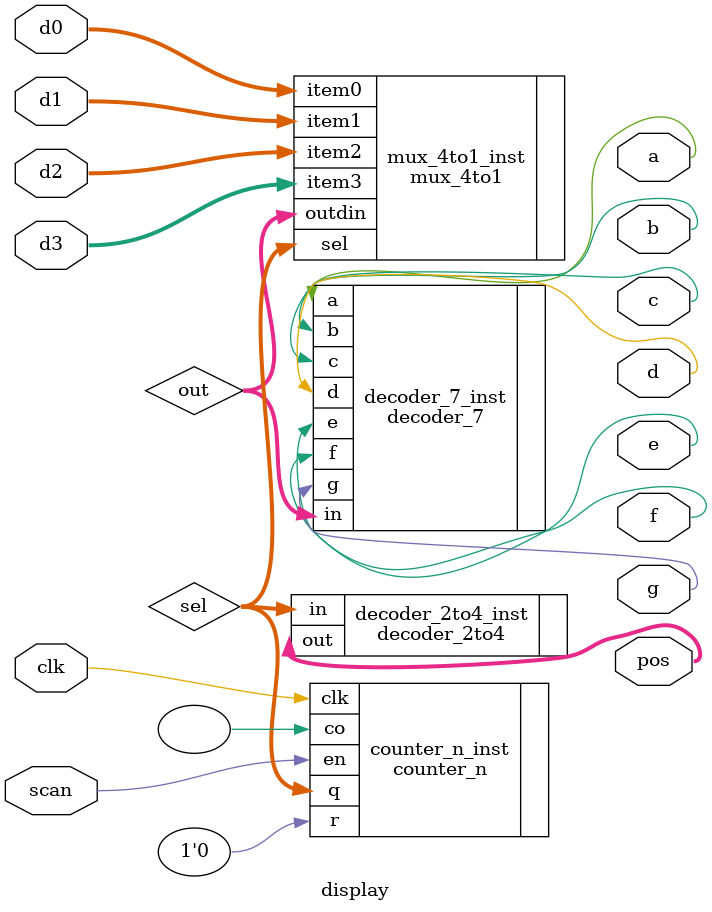
<source format=v>
module display(clk,scan,d0,d1,d2,d3,a,b,c,d,e,f,g,pos);
input clk,scan;
input[3:0] d0,d1,d2,d3;
output a,b,c,d,e,f,g;
//reg a,b,c,d,e,f,g;
output [3:0] pos;
//reg [3:0] pos;  //调用子模块时 输出端口只能用wire类型变量进行映射这是verilog语法规定的  

//优先列好中间变量
wire [1:0] sel;  
wire [3:0] out;
counter_n #(.n(4),.counter_bits(2)) counter_n_inst(  // n=4  counter_bits=2  计数器
    .clk(clk),
    .r(1'b0),
    .en(scan),
    .q(sel),
    .co()
);

decoder_2to4 decoder_2to4_inst(   //计数器 
    .in(sel),
    .out(pos)
);

mux_4to1 mux_4to1_inst(   
    .item0(d0),
    .item1(d1),
    .item2(d2),
    .item3(d3),
    .sel(sel),
    .outdin(out)
);

decoder_7 decoder_7_inst(    //显示译码器
    .in(out),
    .a(a),
    .b(b),
    .c(c),
    .d(d),
    .e(e),
    .f(f),
    .g(g)
);
endmodule
</source>
